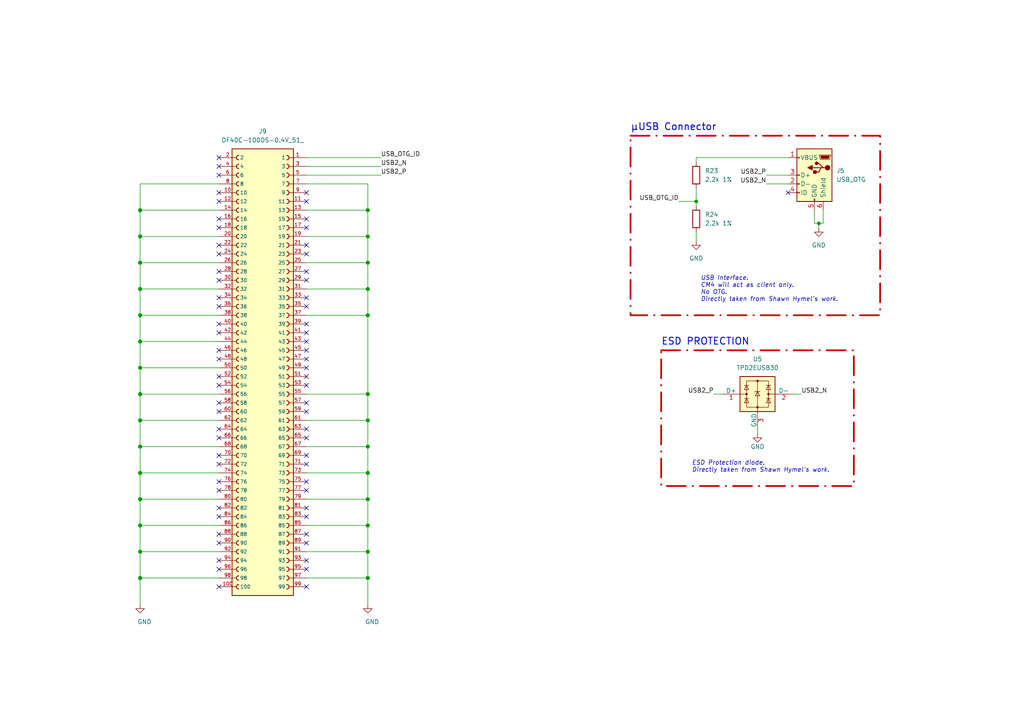
<source format=kicad_sch>
(kicad_sch (version 20230121) (generator eeschema)
  (paper "A4")
  (title_block (title "Bridge - Main Board") (date "2020-10-31") (rev "v01") (company "CanyonTeam") (comment 1 "Author: Clément MESLIF - Romain HUET"))
  (lib_symbols
    (symbol "Connector:USB_OTG" (pin_names (offset 1.016))
      (property "Reference" "J" (at -5.08 11.43 0))
      (property "Value" "USB_OTG" (at -5.08 8.89 0))
      (symbol "USB_OTG_0_1"
        (rectangle (start -5.08 -7.62) (end 5.08 7.62) (stroke (width 0.254)) (fill (type background)))
        (circle (center -3.81 2.159) (radius 0.635) (stroke (width 0.254)) (fill (type outline)))
        (circle (center -0.635 3.429) (radius 0.381) (stroke (width 0.254)) (fill (type outline)))
        (rectangle (start -0.127 -7.62) (end 0.127 -6.858))
        (polyline (pts (xy -1.905 2.159) (xy 0.635 2.159)) (stroke (width 0.254)))
        (polyline (pts (xy -3.175 2.159) (xy -2.54 2.159) (xy -1.27 3.429) (xy -0.635 3.429)) (stroke (width 0.254)))
        (polyline (pts (xy -2.54 2.159) (xy -1.905 2.159) (xy -1.27 0.889) (xy 0 0.889)) (stroke (width 0.254)))
        (polyline (pts (xy 0.635 2.794) (xy 0.635 1.524) (xy 1.905 2.159) (xy 0.635 2.794)) (stroke (width 0.254)) (fill (type outline)))
        (polyline (pts (xy -4.318 5.588) (xy -1.778 5.588) (xy -2.032 4.826) (xy -4.064 4.826) (xy -4.318 5.588)) (fill (type outline)))
        (polyline (pts (xy -4.699 5.842) (xy -4.699 5.588) (xy -4.445 4.826) (xy -4.445 4.572) (xy -1.651 4.572) (xy -1.651 4.826) (xy -1.397 5.588) (xy -1.397 5.842) (xy -4.699 5.842)))
        (rectangle (start 0.254 1.27) (end -0.508 0.508) (stroke (width 0.254)) (fill (type outline)))
        (rectangle (start 5.08 -5.207) (end 4.318 -4.953))
        (rectangle (start 5.08 -2.667) (end 4.318 -2.413))
        (rectangle (start 5.08 -0.127) (end 4.318 0.127))
        (rectangle (start 5.08 4.953) (end 4.318 5.207))
      )
      (symbol "USB_OTG_1_1"
        (pin passive line (at 7.62 5.08 180) (length 2.54) (name "VBUS") (number "1"))
        (pin bidirectional line (at 7.62 -2.54 180) (length 2.54) (name "D-") (number "2"))
        (pin bidirectional line (at 7.62 0 180) (length 2.54) (name "D+") (number "3"))
        (pin passive line (at 7.62 -5.08 180) (length 2.54) (name "ID") (number "4"))
        (pin passive line (at 0 -10.16 90) (length 2.54) (name "GND") (number "5"))
        (pin passive line (at -2.54 -10.16 90) (length 2.54) (name "Shield") (number "6"))
      )
    )
    (symbol "DF40C-100DS-0.4V_51_:DF40C-100DS-0.4V_51_" (pin_names (offset 1.016))
      (property "Reference" "J" (at -8.9083 63.6526 0))
      (property "Value" "DF40C-100DS-0.4V_51_" (at -8.9063 -68.7318 0))
      (symbol "DF40C-100DS-0.4V_51__0_0"
        (rectangle (start -8.89 -66.04) (end 8.89 63.5) (stroke (width 0.254)) (fill (type background)))
        (arc (start -6.985 -62.865) (mid -7.6173 -63.5) (end -6.985 -64.135) (stroke (width 0.254)))
        (arc (start -6.985 -60.325) (mid -7.6173 -60.96) (end -6.985 -61.595) (stroke (width 0.254)))
        (arc (start -6.985 -57.785) (mid -7.6173 -58.42) (end -6.985 -59.055) (stroke (width 0.254)))
        (arc (start -6.985 -55.245) (mid -7.6173 -55.88) (end -6.985 -56.515) (stroke (width 0.254)))
        (arc (start -6.985 -52.705) (mid -7.6173 -53.34) (end -6.985 -53.975) (stroke (width 0.254)))
        (arc (start -6.985 -50.165) (mid -7.6173 -50.8) (end -6.985 -51.435) (stroke (width 0.254)))
        (arc (start -6.985 -47.625) (mid -7.6173 -48.26) (end -6.985 -48.895) (stroke (width 0.254)))
        (arc (start -6.985 -45.085) (mid -7.6173 -45.72) (end -6.985 -46.355) (stroke (width 0.254)))
        (arc (start -6.985 -42.545) (mid -7.6173 -43.18) (end -6.985 -43.815) (stroke (width 0.254)))
        (arc (start -6.985 -40.005) (mid -7.6173 -40.64) (end -6.985 -41.275) (stroke (width 0.254)))
        (arc (start -6.985 -37.465) (mid -7.6173 -38.1) (end -6.985 -38.735) (stroke (width 0.254)))
        (arc (start -6.985 -34.925) (mid -7.6173 -35.56) (end -6.985 -36.195) (stroke (width 0.254)))
        (arc (start -6.985 -32.385) (mid -7.6173 -33.02) (end -6.985 -33.655) (stroke (width 0.254)))
        (arc (start -6.985 -29.845) (mid -7.6173 -30.48) (end -6.985 -31.115) (stroke (width 0.254)))
        (arc (start -6.985 -27.305) (mid -7.6173 -27.94) (end -6.985 -28.575) (stroke (width 0.254)))
        (arc (start -6.985 -24.765) (mid -7.6173 -25.4) (end -6.985 -26.035) (stroke (width 0.254)))
        (arc (start -6.985 -22.225) (mid -7.6173 -22.86) (end -6.985 -23.495) (stroke (width 0.254)))
        (arc (start -6.985 -19.685) (mid -7.6173 -20.32) (end -6.985 -20.955) (stroke (width 0.254)))
        (arc (start -6.985 -17.145) (mid -7.6173 -17.78) (end -6.985 -18.415) (stroke (width 0.254)))
        (arc (start -6.985 -14.605) (mid -7.6173 -15.24) (end -6.985 -15.875) (stroke (width 0.254)))
        (arc (start -6.985 -12.065) (mid -7.6173 -12.7) (end -6.985 -13.335) (stroke (width 0.254)))
        (arc (start -6.985 -9.525) (mid -7.6173 -10.16) (end -6.985 -10.795) (stroke (width 0.254)))
        (arc (start -6.985 -6.985) (mid -7.6173 -7.62) (end -6.985 -8.255) (stroke (width 0.254)))
        (arc (start -6.985 -4.445) (mid -7.6173 -5.08) (end -6.985 -5.715) (stroke (width 0.254)))
        (arc (start -6.985 -1.905) (mid -7.6173 -2.54) (end -6.985 -3.175) (stroke (width 0.254)))
        (arc (start -6.985 0.635) (mid -7.6173 0) (end -6.985 -0.635) (stroke (width 0.254)))
        (arc (start -6.985 3.175) (mid -7.6173 2.54) (end -6.985 1.905) (stroke (width 0.254)))
        (arc (start -6.985 5.715) (mid -7.6173 5.08) (end -6.985 4.445) (stroke (width 0.254)))
        (arc (start -6.985 8.255) (mid -7.6173 7.62) (end -6.985 6.985) (stroke (width 0.254)))
        (arc (start -6.985 10.795) (mid -7.6173 10.16) (end -6.985 9.525) (stroke (width 0.254)))
        (arc (start -6.985 13.335) (mid -7.6173 12.7) (end -6.985 12.065) (stroke (width 0.254)))
        (arc (start -6.985 15.875) (mid -7.6173 15.24) (end -6.985 14.605) (stroke (width 0.254)))
        (arc (start -6.985 18.415) (mid -7.6173 17.78) (end -6.985 17.145) (stroke (width 0.254)))
        (arc (start -6.985 20.955) (mid -7.6173 20.32) (end -6.985 19.685) (stroke (width 0.254)))
        (arc (start -6.985 23.495) (mid -7.6173 22.86) (end -6.985 22.225) (stroke (width 0.254)))
        (arc (start -6.985 26.035) (mid -7.6173 25.4) (end -6.985 24.765) (stroke (width 0.254)))
        (arc (start -6.985 28.575) (mid -7.6173 27.94) (end -6.985 27.305) (stroke (width 0.254)))
        (arc (start -6.985 31.115) (mid -7.6173 30.48) (end -6.985 29.845) (stroke (width 0.254)))
        (arc (start -6.985 33.655) (mid -7.6173 33.02) (end -6.985 32.385) (stroke (width 0.254)))
        (arc (start -6.985 36.195) (mid -7.6173 35.56) (end -6.985 34.925) (stroke (width 0.254)))
        (arc (start -6.985 38.735) (mid -7.6173 38.1) (end -6.985 37.465) (stroke (width 0.254)))
        (arc (start -6.985 41.275) (mid -7.6173 40.64) (end -6.985 40.005) (stroke (width 0.254)))
        (arc (start -6.985 43.815) (mid -7.6173 43.18) (end -6.985 42.545) (stroke (width 0.254)))
        (arc (start -6.985 46.355) (mid -7.6173 45.72) (end -6.985 45.085) (stroke (width 0.254)))
        (arc (start -6.985 48.895) (mid -7.6173 48.26) (end -6.985 47.625) (stroke (width 0.254)))
        (arc (start -6.985 51.435) (mid -7.6173 50.8) (end -6.985 50.165) (stroke (width 0.254)))
        (arc (start -6.985 53.975) (mid -7.6173 53.34) (end -6.985 52.705) (stroke (width 0.254)))
        (arc (start -6.985 56.515) (mid -7.6173 55.88) (end -6.985 55.245) (stroke (width 0.254)))
        (arc (start -6.985 59.055) (mid -7.6173 58.42) (end -6.985 57.785) (stroke (width 0.254)))
        (arc (start -6.985 61.595) (mid -7.6173 60.96) (end -6.985 60.325) (stroke (width 0.254)))
        (arc (start 6.985 -64.135) (mid 7.6173 -63.5) (end 6.985 -62.865) (stroke (width 0.254)))
        (arc (start 6.985 -61.595) (mid 7.6173 -60.96) (end 6.985 -60.325) (stroke (width 0.254)))
        (arc (start 6.985 -59.055) (mid 7.6173 -58.42) (end 6.985 -57.785) (stroke (width 0.254)))
        (arc (start 6.985 -56.515) (mid 7.6173 -55.88) (end 6.985 -55.245) (stroke (width 0.254)))
        (arc (start 6.985 -53.975) (mid 7.6173 -53.34) (end 6.985 -52.705) (stroke (width 0.254)))
        (arc (start 6.985 -51.435) (mid 7.6173 -50.8) (end 6.985 -50.165) (stroke (width 0.254)))
        (arc (start 6.985 -48.895) (mid 7.6173 -48.26) (end 6.985 -47.625) (stroke (width 0.254)))
        (arc (start 6.985 -46.355) (mid 7.6173 -45.72) (end 6.985 -45.085) (stroke (width 0.254)))
        (arc (start 6.985 -43.815) (mid 7.6173 -43.18) (end 6.985 -42.545) (stroke (width 0.254)))
        (arc (start 6.985 -41.275) (mid 7.6173 -40.64) (end 6.985 -40.005) (stroke (width 0.254)))
        (arc (start 6.985 -38.735) (mid 7.6173 -38.1) (end 6.985 -37.465) (stroke (width 0.254)))
        (arc (start 6.985 -36.195) (mid 7.6173 -35.56) (end 6.985 -34.925) (stroke (width 0.254)))
        (arc (start 6.985 -33.655) (mid 7.6173 -33.02) (end 6.985 -32.385) (stroke (width 0.254)))
        (arc (start 6.985 -31.115) (mid 7.6173 -30.48) (end 6.985 -29.845) (stroke (width 0.254)))
        (arc (start 6.985 -28.575) (mid 7.6173 -27.94) (end 6.985 -27.305) (stroke (width 0.254)))
        (arc (start 6.985 -26.035) (mid 7.6173 -25.4) (end 6.985 -24.765) (stroke (width 0.254)))
        (arc (start 6.985 -23.495) (mid 7.6173 -22.86) (end 6.985 -22.225) (stroke (width 0.254)))
        (arc (start 6.985 -20.955) (mid 7.6173 -20.32) (end 6.985 -19.685) (stroke (width 0.254)))
        (arc (start 6.985 -18.415) (mid 7.6173 -17.78) (end 6.985 -17.145) (stroke (width 0.254)))
        (arc (start 6.985 -15.875) (mid 7.6173 -15.24) (end 6.985 -14.605) (stroke (width 0.254)))
        (arc (start 6.985 -13.335) (mid 7.6173 -12.7) (end 6.985 -12.065) (stroke (width 0.254)))
        (arc (start 6.985 -10.795) (mid 7.6173 -10.16) (end 6.985 -9.525) (stroke (width 0.254)))
        (arc (start 6.985 -8.255) (mid 7.6173 -7.62) (end 6.985 -6.985) (stroke (width 0.254)))
        (arc (start 6.985 -5.715) (mid 7.6173 -5.08) (end 6.985 -4.445) (stroke (width 0.254)))
        (arc (start 6.985 -3.175) (mid 7.6173 -2.54) (end 6.985 -1.905) (stroke (width 0.254)))
        (arc (start 6.985 -0.635) (mid 7.6173 0) (end 6.985 0.635) (stroke (width 0.254)))
        (arc (start 6.985 1.905) (mid 7.6173 2.54) (end 6.985 3.175) (stroke (width 0.254)))
        (arc (start 6.985 4.445) (mid 7.6173 5.08) (end 6.985 5.715) (stroke (width 0.254)))
        (arc (start 6.985 6.985) (mid 7.6173 7.62) (end 6.985 8.255) (stroke (width 0.254)))
        (arc (start 6.985 9.525) (mid 7.6173 10.16) (end 6.985 10.795) (stroke (width 0.254)))
        (arc (start 6.985 12.065) (mid 7.6173 12.7) (end 6.985 13.335) (stroke (width 0.254)))
        (arc (start 6.985 14.605) (mid 7.6173 15.24) (end 6.985 15.875) (stroke (width 0.254)))
        (arc (start 6.985 17.145) (mid 7.6173 17.78) (end 6.985 18.415) (stroke (width 0.254)))
        (arc (start 6.985 19.685) (mid 7.6173 20.32) (end 6.985 20.955) (stroke (width 0.254)))
        (arc (start 6.985 22.225) (mid 7.6173 22.86) (end 6.985 23.495) (stroke (width 0.254)))
        (arc (start 6.985 24.765) (mid 7.6173 25.4) (end 6.985 26.035) (stroke (width 0.254)))
        (arc (start 6.985 27.305) (mid 7.6173 27.94) (end 6.985 28.575) (stroke (width 0.254)))
        (arc (start 6.985 29.845) (mid 7.6173 30.48) (end 6.985 31.115) (stroke (width 0.254)))
        (arc (start 6.985 32.385) (mid 7.6173 33.02) (end 6.985 33.655) (stroke (width 0.254)))
        (arc (start 6.985 34.925) (mid 7.6173 35.56) (end 6.985 36.195) (stroke (width 0.254)))
        (arc (start 6.985 37.465) (mid 7.6173 38.1) (end 6.985 38.735) (stroke (width 0.254)))
        (arc (start 6.985 40.005) (mid 7.6173 40.64) (end 6.985 41.275) (stroke (width 0.254)))
        (arc (start 6.985 42.545) (mid 7.6173 43.18) (end 6.985 43.815) (stroke (width 0.254)))
        (arc (start 6.985 45.085) (mid 7.6173 45.72) (end 6.985 46.355) (stroke (width 0.254)))
        (arc (start 6.985 47.625) (mid 7.6173 48.26) (end 6.985 48.895) (stroke (width 0.254)))
        (arc (start 6.985 50.165) (mid 7.6173 50.8) (end 6.985 51.435) (stroke (width 0.254)))
        (arc (start 6.985 52.705) (mid 7.6173 53.34) (end 6.985 53.975) (stroke (width 0.254)))
        (arc (start 6.985 55.245) (mid 7.6173 55.88) (end 6.985 56.515) (stroke (width 0.254)))
        (arc (start 6.985 57.785) (mid 7.6173 58.42) (end 6.985 59.055) (stroke (width 0.254)))
        (arc (start 6.985 60.325) (mid 7.6173 60.96) (end 6.985 61.595) (stroke (width 0.254)))
        (pin passive line (at -12.7 60.96 0) (length 5.08) (name "1") (number "1"))
        (pin passive line (at 12.7 50.8 180) (length 5.08) (name "10") (number "10"))
        (pin passive line (at 12.7 -63.5 180) (length 5.08) (name "100") (number "100"))
        (pin passive line (at -12.7 48.26 0) (length 5.08) (name "11") (number "11"))
        (pin passive line (at 12.7 48.26 180) (length 5.08) (name "12") (number "12"))
        (pin passive line (at -12.7 45.72 0) (length 5.08) (name "13") (number "13"))
        (pin passive line (at 12.7 45.72 180) (length 5.08) (name "14") (number "14"))
        (pin passive line (at -12.7 43.18 0) (length 5.08) (name "15") (number "15"))
        (pin passive line (at 12.7 43.18 180) (length 5.08) (name "16") (number "16"))
        (pin passive line (at -12.7 40.64 0) (length 5.08) (name "17") (number "17"))
        (pin passive line (at 12.7 40.64 180) (length 5.08) (name "18") (number "18"))
        (pin passive line (at -12.7 38.1 0) (length 5.08) (name "19") (number "19"))
        (pin passive line (at 12.7 60.96 180) (length 5.08) (name "2") (number "2"))
        (pin passive line (at 12.7 38.1 180) (length 5.08) (name "20") (number "20"))
        (pin passive line (at -12.7 35.56 0) (length 5.08) (name "21") (number "21"))
        (pin passive line (at 12.7 35.56 180) (length 5.08) (name "22") (number "22"))
        (pin passive line (at -12.7 33.02 0) (length 5.08) (name "23") (number "23"))
        (pin passive line (at 12.7 33.02 180) (length 5.08) (name "24") (number "24"))
        (pin passive line (at -12.7 30.48 0) (length 5.08) (name "25") (number "25"))
        (pin passive line (at 12.7 30.48 180) (length 5.08) (name "26") (number "26"))
        (pin passive line (at -12.7 27.94 0) (length 5.08) (name "27") (number "27"))
        (pin passive line (at 12.7 27.94 180) (length 5.08) (name "28") (number "28"))
        (pin passive line (at -12.7 25.4 0) (length 5.08) (name "29") (number "29"))
        (pin passive line (at -12.7 58.42 0) (length 5.08) (name "3") (number "3"))
        (pin passive line (at 12.7 25.4 180) (length 5.08) (name "30") (number "30"))
        (pin passive line (at -12.7 22.86 0) (length 5.08) (name "31") (number "31"))
        (pin passive line (at 12.7 22.86 180) (length 5.08) (name "32") (number "32"))
        (pin passive line (at -12.7 20.32 0) (length 5.08) (name "33") (number "33"))
        (pin passive line (at 12.7 20.32 180) (length 5.08) (name "34") (number "34"))
        (pin passive line (at -12.7 17.78 0) (length 5.08) (name "35") (number "35"))
        (pin passive line (at 12.7 17.78 180) (length 5.08) (name "36") (number "36"))
        (pin passive line (at -12.7 15.24 0) (length 5.08) (name "37") (number "37"))
        (pin passive line (at 12.7 15.24 180) (length 5.08) (name "38") (number "38"))
        (pin passive line (at -12.7 12.7 0) (length 5.08) (name "39") (number "39"))
        (pin passive line (at 12.7 58.42 180) (length 5.08) (name "4") (number "4"))
        (pin passive line (at 12.7 12.7 180) (length 5.08) (name "40") (number "40"))
        (pin passive line (at -12.7 10.16 0) (length 5.08) (name "41") (number "41"))
        (pin passive line (at 12.7 10.16 180) (length 5.08) (name "42") (number "42"))
        (pin passive line (at -12.7 7.62 0) (length 5.08) (name "43") (number "43"))
        (pin passive line (at 12.7 7.62 180) (length 5.08) (name "44") (number "44"))
        (pin passive line (at -12.7 5.08 0) (length 5.08) (name "45") (number "45"))
        (pin passive line (at 12.7 5.08 180) (length 5.08) (name "46") (number "46"))
        (pin passive line (at -12.7 2.54 0) (length 5.08) (name "47") (number "47"))
        (pin passive line (at 12.7 2.54 180) (length 5.08) (name "48") (number "48"))
        (pin passive line (at -12.7 0 0) (length 5.08) (name "49") (number "49"))
        (pin passive line (at -12.7 55.88 0) (length 5.08) (name "5") (number "5"))
        (pin passive line (at 12.7 0 180) (length 5.08) (name "50") (number "50"))
        (pin passive line (at -12.7 -2.54 0) (length 5.08) (name "51") (number "51"))
        (pin passive line (at 12.7 -2.54 180) (length 5.08) (name "52") (number "52"))
        (pin passive line (at -12.7 -5.08 0) (length 5.08) (name "53") (number "53"))
        (pin passive line (at 12.7 -5.08 180) (length 5.08) (name "54") (number "54"))
        (pin passive line (at -12.7 -7.62 0) (length 5.08) (name "55") (number "55"))
        (pin passive line (at 12.7 -7.62 180) (length 5.08) (name "56") (number "56"))
        (pin passive line (at -12.7 -10.16 0) (length 5.08) (name "57") (number "57"))
        (pin passive line (at 12.7 -10.16 180) (length 5.08) (name "58") (number "58"))
        (pin passive line (at -12.7 -12.7 0) (length 5.08) (name "59") (number "59"))
        (pin passive line (at 12.7 55.88 180) (length 5.08) (name "6") (number "6"))
        (pin passive line (at 12.7 -12.7 180) (length 5.08) (name "60") (number "60"))
        (pin passive line (at -12.7 -15.24 0) (length 5.08) (name "61") (number "61"))
        (pin passive line (at 12.7 -15.24 180) (length 5.08) (name "62") (number "62"))
        (pin passive line (at -12.7 -17.78 0) (length 5.08) (name "63") (number "63"))
        (pin passive line (at 12.7 -17.78 180) (length 5.08) (name "64") (number "64"))
        (pin passive line (at -12.7 -20.32 0) (length 5.08) (name "65") (number "65"))
        (pin passive line (at 12.7 -20.32 180) (length 5.08) (name "66") (number "66"))
        (pin passive line (at -12.7 -22.86 0) (length 5.08) (name "67") (number "67"))
        (pin passive line (at 12.7 -22.86 180) (length 5.08) (name "68") (number "68"))
        (pin passive line (at -12.7 -25.4 0) (length 5.08) (name "69") (number "69"))
        (pin passive line (at -12.7 53.34 0) (length 5.08) (name "7") (number "7"))
        (pin passive line (at 12.7 -25.4 180) (length 5.08) (name "70") (number "70"))
        (pin passive line (at -12.7 -27.94 0) (length 5.08) (name "71") (number "71"))
        (pin passive line (at 12.7 -27.94 180) (length 5.08) (name "72") (number "72"))
        (pin passive line (at -12.7 -30.48 0) (length 5.08) (name "73") (number "73"))
        (pin passive line (at 12.7 -30.48 180) (length 5.08) (name "74") (number "74"))
        (pin passive line (at -12.7 -33.02 0) (length 5.08) (name "75") (number "75"))
        (pin passive line (at 12.7 -33.02 180) (length 5.08) (name "76") (number "76"))
        (pin passive line (at -12.7 -35.56 0) (length 5.08) (name "77") (number "77"))
        (pin passive line (at 12.7 -35.56 180) (length 5.08) (name "78") (number "78"))
        (pin passive line (at -12.7 -38.1 0) (length 5.08) (name "79") (number "79"))
        (pin passive line (at 12.7 53.34 180) (length 5.08) (name "8") (number "8"))
        (pin passive line (at 12.7 -38.1 180) (length 5.08) (name "80") (number "80"))
        (pin passive line (at -12.7 -40.64 0) (length 5.08) (name "81") (number "81"))
        (pin passive line (at 12.7 -40.64 180) (length 5.08) (name "82") (number "82"))
        (pin passive line (at -12.7 -43.18 0) (length 5.08) (name "83") (number "83"))
        (pin passive line (at 12.7 -43.18 180) (length 5.08) (name "84") (number "84"))
        (pin passive line (at -12.7 -45.72 0) (length 5.08) (name "85") (number "85"))
        (pin passive line (at 12.7 -45.72 180) (length 5.08) (name "86") (number "86"))
        (pin passive line (at -12.7 -48.26 0) (length 5.08) (name "87") (number "87"))
        (pin passive line (at 12.7 -48.26 180) (length 5.08) (name "88") (number "88"))
        (pin passive line (at -12.7 -50.8 0) (length 5.08) (name "89") (number "89"))
        (pin passive line (at -12.7 50.8 0) (length 5.08) (name "9") (number "9"))
        (pin passive line (at 12.7 -50.8 180) (length 5.08) (name "90") (number "90"))
        (pin passive line (at -12.7 -53.34 0) (length 5.08) (name "91") (number "91"))
        (pin passive line (at 12.7 -53.34 180) (length 5.08) (name "92") (number "92"))
        (pin passive line (at -12.7 -55.88 0) (length 5.08) (name "93") (number "93"))
        (pin passive line (at 12.7 -55.88 180) (length 5.08) (name "94") (number "94"))
        (pin passive line (at -12.7 -58.42 0) (length 5.08) (name "95") (number "95"))
        (pin passive line (at 12.7 -58.42 180) (length 5.08) (name "96") (number "96"))
        (pin passive line (at -12.7 -60.96 0) (length 5.08) (name "97") (number "97"))
        (pin passive line (at 12.7 -60.96 180) (length 5.08) (name "98") (number "98"))
        (pin passive line (at -12.7 -63.5 0) (length 5.08) (name "99") (number "99"))
      )
    )
    (symbol "Device:R" (pin_numbers hide) (pin_names (offset 0))
      (property "Reference" "R" (at 2.032 0 90))
      (property "Value" "R" (at 0 0 90))
      (symbol "R_0_1"
        (rectangle (start -1.016 -2.54) (end 1.016 2.54) (stroke (width 0.254)))
      )
      (symbol "R_1_1"
        (pin passive line (at 0 3.81 270) (length 1.27) (name "~") (number "1"))
        (pin passive line (at 0 -3.81 90) (length 1.27) (name "~") (number "2"))
      )
    )
    (symbol "GND_1" (power) (pin_names (offset 0))
      (property "Value" "GND_1" (at 0 -3.81 0))
      (symbol "GND_1_0_1"
        (polyline (pts (xy 0 0) (xy 0 -1.27) (xy 1.27 -1.27) (xy 0 -2.54) (xy -1.27 -1.27) (xy 0 -1.27)))
      )
      (symbol "GND_1_1_1"
        (pin power_in line (at 0 0 270) (length 0) hide (name "GND") (number "1"))
      )
    )
    (symbol "Power_Protection:TPD2EUSB30" (pin_names (offset 0))
      (property "Reference" "U" (at 0 6.35 0))
      (property "Value" "TPD2EUSB30" (at 7.62 -7.62 0))
      (symbol "TPD2EUSB30_0_1"
        (rectangle (start -5.08 5.08) (end 5.08 -5.08) (stroke (width 0.254)) (fill (type background)))
        (circle (center -3.175 0) (radius 0.2794) (fill (type outline)))
        (rectangle (start -3.175 3.81) (end 3.175 -3.81))
        (circle (center 0 -3.81) (radius 0.2794) (fill (type outline)))
        (polyline (pts (xy -5.08 0) (xy -3.175 0)))
        (polyline (pts (xy -3.81 -1.27) (xy -2.54 -1.27)))
        (polyline (pts (xy -3.81 2.54) (xy -2.54 2.54)))
        (polyline (pts (xy 0 3.81) (xy 0 -5.08)))
        (polyline (pts (xy 2.54 -1.27) (xy 3.81 -1.27)))
        (polyline (pts (xy 2.54 2.54) (xy 3.81 2.54)))
        (polyline (pts (xy 5.08 0) (xy 3.175 0)))
        (polyline (pts (xy 0.762 0.762) (xy -0.762 0.762) (xy -0.762 0.508)))
        (polyline (pts (xy -2.54 -2.54) (xy -3.81 -2.54) (xy -3.175 -1.27) (xy -2.54 -2.54)))
        (polyline (pts (xy -2.54 1.27) (xy -3.81 1.27) (xy -3.175 2.54) (xy -2.54 1.27)))
        (polyline (pts (xy 0.635 -0.508) (xy -0.635 -0.508) (xy 0 0.762) (xy 0.635 -0.508)))
        (polyline (pts (xy 3.81 -2.54) (xy 2.54 -2.54) (xy 3.175 -1.27) (xy 3.81 -2.54)))
        (polyline (pts (xy 3.81 1.27) (xy 2.54 1.27) (xy 3.175 2.54) (xy 3.81 1.27)))
        (circle (center 0 3.81) (radius 0.2794) (fill (type outline)))
        (circle (center 3.175 0) (radius 0.2794) (fill (type outline)))
      )
      (symbol "TPD2EUSB30_1_1"
        (pin passive line (at -10.16 0 0) (length 5.08) (name "D+") (number "1"))
        (pin passive line (at 10.16 0 180) (length 5.08) (name "D-") (number "2"))
        (pin passive line (at 0 -10.16 90) (length 5.08) (name "GND") (number "3"))
      )
    )
    (symbol "power:GND" (power) (pin_names (offset 0))
      (property "Value" "GND" (at 0 -3.81 0))
      (symbol "GND_0_1"
        (polyline (pts (xy 0 0) (xy 0 -1.27) (xy 1.27 -1.27) (xy 0 -2.54) (xy -1.27 -1.27) (xy 0 -1.27)))
      )
      (symbol "GND_1_1"
        (pin power_in line (at 0 0 270) (length 0) hide (name "GND") (number "1"))
      )
    )
  )
  (junction (at 106.68 129.54) (diameter 1.016))
  (junction (at 106.68 144.78) (diameter 1.016))
  (junction (at 106.68 167.64) (diameter 1.016))
  (junction (at 40.64 91.44) (diameter 1.016))
  (junction (at 40.64 167.64) (diameter 1.016))
  (junction (at 40.64 144.78) (diameter 1.016))
  (junction (at 106.68 83.82) (diameter 1.016))
  (junction (at 40.64 152.4) (diameter 1.016))
  (junction (at 40.64 160.02) (diameter 1.016))
  (junction (at 40.64 129.54) (diameter 1.016))
  (junction (at 237.49 64.77))
  (junction (at 201.93 58.42))
  (junction (at 40.64 68.58) (diameter 1.016))
  (junction (at 40.64 114.3) (diameter 1.016))
  (junction (at 106.68 60.96) (diameter 1.016))
  (junction (at 106.68 160.02) (diameter 1.016))
  (junction (at 40.64 99.06) (diameter 1.016))
  (junction (at 40.64 60.96) (diameter 1.016))
  (junction (at 40.64 76.2) (diameter 1.016))
  (junction (at 106.68 91.44) (diameter 1.016))
  (junction (at 106.68 121.92) (diameter 1.016))
  (junction (at 106.68 68.58) (diameter 1.016))
  (junction (at 40.64 121.92) (diameter 1.016))
  (junction (at 106.68 137.16) (diameter 1.016))
  (junction (at 106.68 152.4) (diameter 1.016))
  (junction (at 106.68 76.2) (diameter 1.016))
  (junction (at 40.64 83.82) (diameter 1.016))
  (junction (at 40.64 106.68) (diameter 1.016))
  (junction (at 106.68 114.3) (diameter 1.016))
  (junction (at 40.64 137.16) (diameter 1.016))
  (no_connect (at 88.9 142.24))
  (no_connect (at 63.5 142.24))
  (no_connect (at 63.5 170.18))
  (no_connect (at 88.9 134.62))
  (no_connect (at 88.9 106.68))
  (no_connect (at 63.5 157.48))
  (no_connect (at 63.5 149.86))
  (no_connect (at 88.9 124.46))
  (no_connect (at 63.5 96.52))
  (no_connect (at 88.9 73.66))
  (no_connect (at 88.9 119.38))
  (no_connect (at 63.5 127))
  (no_connect (at 63.5 88.9))
  (no_connect (at 63.5 162.56))
  (no_connect (at 88.9 104.14))
  (no_connect (at 63.5 86.36))
  (no_connect (at 88.9 101.6))
  (no_connect (at 63.5 116.84))
  (no_connect (at 63.5 58.42))
  (no_connect (at 63.5 139.7))
  (no_connect (at 88.9 157.48))
  (no_connect (at 88.9 88.9))
  (no_connect (at 88.9 109.22))
  (no_connect (at 63.5 132.08))
  (no_connect (at 63.5 109.22))
  (no_connect (at 88.9 63.5))
  (no_connect (at 63.5 119.38))
  (no_connect (at 63.5 93.98))
  (no_connect (at 88.9 154.94))
  (no_connect (at 63.5 71.12))
  (no_connect (at 88.9 66.04))
  (no_connect (at 88.9 99.06))
  (no_connect (at 88.9 116.84))
  (no_connect (at 63.5 111.76))
  (no_connect (at 63.5 124.46))
  (no_connect (at 88.9 96.52))
  (no_connect (at 63.5 101.6))
  (no_connect (at 63.5 78.74))
  (no_connect (at 88.9 58.42))
  (no_connect (at 63.5 45.72))
  (no_connect (at 88.9 147.32))
  (no_connect (at 63.5 134.62))
  (no_connect (at 63.5 66.04))
  (no_connect (at 88.9 86.36))
  (no_connect (at 88.9 139.7))
  (no_connect (at 88.9 71.12))
  (no_connect (at 88.9 93.98))
  (no_connect (at 63.5 81.28))
  (no_connect (at 63.5 50.8))
  (no_connect (at 88.9 162.56))
  (no_connect (at 88.9 170.18))
  (no_connect (at 88.9 149.86))
  (no_connect (at 88.9 55.88))
  (no_connect (at 228.6 55.88))
  (no_connect (at 88.9 78.74))
  (no_connect (at 63.5 165.1))
  (no_connect (at 63.5 63.5))
  (no_connect (at 63.5 55.88))
  (no_connect (at 63.5 73.66))
  (no_connect (at 88.9 111.76))
  (no_connect (at 63.5 104.14))
  (no_connect (at 88.9 165.1))
  (no_connect (at 88.9 81.28))
  (no_connect (at 63.5 154.94))
  (no_connect (at 63.5 147.32))
  (no_connect (at 88.9 127))
  (no_connect (at 63.5 48.26))
  (no_connect (at 88.9 132.08))
  (wire (pts (xy 40.64 106.68) (xy 40.64 114.3)))
  (wire (pts (xy 40.64 160.02) (xy 63.5 160.02)))
  (wire (pts (xy 106.68 167.64) (xy 106.68 175.26)))
  (wire (pts (xy 40.64 167.64) (xy 40.64 175.26)))
  (wire (pts (xy 40.64 160.02) (xy 40.64 167.64)))
  (wire (pts (xy 88.9 167.64) (xy 106.68 167.64)))
  (wire (pts (xy 106.68 160.02) (xy 106.68 167.64)))
  (wire (pts (xy 110.49 45.72) (xy 88.9 45.72)))
  (wire (pts (xy 40.64 114.3) (xy 63.5 114.3)))
  (wire (pts (xy 222.25 50.8) (xy 228.6 50.8)))
  (wire (pts (xy 106.68 76.2) (xy 106.68 83.82)))
  (wire (pts (xy 40.64 129.54) (xy 40.64 137.16)))
  (wire (pts (xy 201.93 45.72) (xy 228.6 45.72)))
  (wire (pts (xy 88.9 83.82) (xy 106.68 83.82)))
  (wire (pts (xy 88.9 129.54) (xy 106.68 129.54)))
  (wire (pts (xy 40.64 114.3) (xy 40.64 121.92)))
  (wire (pts (xy 40.64 68.58) (xy 63.5 68.58)))
  (wire (pts (xy 88.9 114.3) (xy 106.68 114.3)))
  (wire (pts (xy 106.68 53.34) (xy 106.68 60.96)))
  (wire (pts (xy 40.64 60.96) (xy 63.5 60.96)))
  (wire (pts (xy 40.64 121.92) (xy 40.64 129.54)))
  (wire (pts (xy 88.9 53.34) (xy 106.68 53.34)))
  (wire (pts (xy 88.9 137.16) (xy 106.68 137.16)))
  (wire (pts (xy 106.68 114.3) (xy 106.68 121.92)))
  (wire (pts (xy 40.64 76.2) (xy 63.5 76.2)))
  (wire (pts (xy 40.64 53.34) (xy 40.64 60.96)))
  (wire (pts (xy 110.49 48.26) (xy 88.9 48.26)))
  (wire (pts (xy 236.22 64.77) (xy 236.22 60.96)))
  (wire (pts (xy 88.9 68.58) (xy 106.68 68.58)))
  (wire (pts (xy 40.64 167.64) (xy 63.5 167.64)))
  (wire (pts (xy 201.93 58.42) (xy 201.93 59.69)))
  (wire (pts (xy 40.64 99.06) (xy 40.64 106.68)))
  (wire (pts (xy 88.9 152.4) (xy 106.68 152.4)))
  (wire (pts (xy 40.64 91.44) (xy 63.5 91.44)))
  (wire (pts (xy 40.64 99.06) (xy 63.5 99.06)))
  (wire (pts (xy 40.64 106.68) (xy 63.5 106.68)))
  (wire (pts (xy 106.68 68.58) (xy 106.68 76.2)))
  (wire (pts (xy 40.64 83.82) (xy 63.5 83.82)))
  (wire (pts (xy 238.76 60.96) (xy 238.76 64.77)))
  (wire (pts (xy 106.68 91.44) (xy 106.68 114.3)))
  (wire (pts (xy 88.9 76.2) (xy 106.68 76.2)))
  (wire (pts (xy 106.68 152.4) (xy 106.68 160.02)))
  (wire (pts (xy 40.64 144.78) (xy 63.5 144.78)))
  (wire (pts (xy 237.49 64.77) (xy 236.22 64.77)))
  (wire (pts (xy 40.64 53.34) (xy 63.5 53.34)))
  (wire (pts (xy 237.49 66.04) (xy 237.49 64.77)))
  (wire (pts (xy 106.68 121.92) (xy 106.68 129.54)))
  (wire (pts (xy 88.9 60.96) (xy 106.68 60.96)))
  (wire (pts (xy 201.93 67.31) (xy 201.93 69.85)))
  (wire (pts (xy 232.41 114.3) (xy 229.87 114.3)))
  (wire (pts (xy 40.64 76.2) (xy 40.64 83.82)))
  (wire (pts (xy 40.64 91.44) (xy 40.64 99.06)))
  (wire (pts (xy 88.9 121.92) (xy 106.68 121.92)))
  (wire (pts (xy 219.71 125.73) (xy 219.71 124.46)))
  (wire (pts (xy 88.9 91.44) (xy 106.68 91.44)))
  (wire (pts (xy 106.68 60.96) (xy 106.68 68.58)))
  (wire (pts (xy 201.93 54.61) (xy 201.93 58.42)))
  (wire (pts (xy 196.85 58.42) (xy 201.93 58.42)))
  (wire (pts (xy 40.64 129.54) (xy 63.5 129.54)))
  (wire (pts (xy 40.64 83.82) (xy 40.64 91.44)))
  (wire (pts (xy 40.64 144.78) (xy 40.64 152.4)))
  (wire (pts (xy 40.64 137.16) (xy 40.64 144.78)))
  (wire (pts (xy 207.01 114.3) (xy 209.55 114.3)))
  (wire (pts (xy 88.9 144.78) (xy 106.68 144.78)))
  (wire (pts (xy 40.64 121.92) (xy 63.5 121.92)))
  (wire (pts (xy 201.93 46.99) (xy 201.93 45.72)))
  (wire (pts (xy 106.68 144.78) (xy 106.68 152.4)))
  (wire (pts (xy 40.64 60.96) (xy 40.64 68.58)))
  (wire (pts (xy 88.9 160.02) (xy 106.68 160.02)))
  (wire (pts (xy 222.25 53.34) (xy 228.6 53.34)))
  (wire (pts (xy 40.64 137.16) (xy 63.5 137.16)))
  (wire (pts (xy 106.68 129.54) (xy 106.68 137.16)))
  (wire (pts (xy 40.64 152.4) (xy 40.64 160.02)))
  (wire (pts (xy 40.64 68.58) (xy 40.64 76.2)))
  (wire (pts (xy 110.49 50.8) (xy 88.9 50.8)))
  (wire (pts (xy 106.68 137.16) (xy 106.68 144.78)))
  (wire (pts (xy 106.68 83.82) (xy 106.68 91.44)))
  (wire (pts (xy 40.64 152.4) (xy 63.5 152.4)))
  (wire (pts (xy 238.76 64.77) (xy 237.49 64.77)))
  (rectangle (start 191.77 101.6) (end 247.65 140.97) (stroke (width 0.5) (type dash_dot) (color 194 0 0 1)))
  (rectangle (start 182.88 39.37) (end 255.27 91.44) (stroke (width 0.5) (type dash_dot) (color 194 0 0 1)))
  (text "µUSB Connector" (at 182.88 38.1 0) (effects (font (size 2 2) (thickness 0.254) bold) (justify left bottom)))
  (text "ESD PROTECTION\n" (at 191.77 100.33 0) (effects (font (size 2 2) (thickness 0.254) bold) (justify left bottom)))
  (text "USB Interface.\nCM4 will act as client only.\nNo OTG. \nDirectly taken from Shawn Hymel's work." (at 203.2 87.63 0) (effects (font (size 1.27 1.27) italic) (justify left bottom)))
  (text "ESD Protection diode. \nDirectly taken from Shawn Hymel's work." (at 200.66 137.16 0) (effects (font (size 1.27 1.27) italic) (justify left bottom)))
  (label "USB_OTG_ID" (at 196.85 58.42 180))
  (label "USB2_P" (at 110.49 50.8 0))
  (label "USB2_P" (at 207.01 114.3 180))
  (label "USB2_N" (at 222.25 53.34 180))
  (label "USB2_P" (at 222.25 50.8 180))
  (label "USB2_N" (at 232.41 114.3 0))
  (label "USB_OTG_ID" (at 110.49 45.72 0))
  (label "USB2_N" (at 110.49 48.26 0))
  (symbol (lib_id "power:GND") (at 40.64 175.26 0) (unit 1)
    (property "Reference" "#PWR051" (effects hide))
    (property "Value" "GND" (at 41.91 180.34 0))
  )
  (symbol (lib_id "DF40C-100DS-0.4V_51_:DF40C-100DS-0.4V_51_") (at 76.2 106.68 0) (mirror y) (unit 1)
    (property "Reference" "J9" (at 76.2 38.1 0))
    (property "Value" "DF40C-100DS-0.4V_51_" (at 76.2 40.64 0))
    (property "Footprint" "HIROSE_DF40C-100DS-0.4V_51_:HIROSE_DF40C-100DS-0.4V_51_" (effects hide))
    (property "MF" "Hirose" (effects hide))
    (property "MAXIMUM_PACKAGE_HEIGHT" "1.65mm" (effects hide))
    (property "Package" "None" (effects hide))
    (property "Price" "None" (effects hide))
    (property "Check_prices" "https://www.snapeda.com/parts/DF40C-100DS-0.4V(51)/Hirose/view-part/?ref=eda" (effects hide))
    (property "STANDARD" "Manufacturer Recommendations" (effects hide))
    (property "PARTREV" "Oct.1.2023" (effects hide))
    (property "SnapEDA_Link" "https://www.snapeda.com/parts/DF40C-100DS-0.4V(51)/Hirose/view-part/?ref=snap" (effects hide))
    (property "MP" "DF40C-100DS-0.4V(51)" (effects hide))
    (property "Description" "\n100 Position Connector Receptacle, Center Strip Contacts Surface Mount Gold\n" (effects hide))
    (property "Availability" "In Stock" (effects hide))
    (property "MANUFACTURER" "Hirose" (effects hide))
  )
  (symbol (lib_name "GND_1") (lib_id "power:GND") (at 219.71 125.73 0) (unit 1)
    (property "Reference" "#PWR041" (effects hide))
    (property "Value" "GND" (at 219.71 129.54 0))
  )
  (symbol (lib_id "Power_Protection:TPD2EUSB30") (at 219.71 114.3 0) (unit 1)
    (property "Reference" "U5" (at 219.71 104.14 0))
    (property "Value" "TPD2EUSB30" (at 219.71 106.68 0))
    (property "Footprint" "Package_TO_SOT_SMD:Texas_DRT-3" (effects hide))
    (property "Datasheet" "http://www.ti.com/lit/ds/symlink/tpd2eusb30a.pdf" (effects hide))
  )
  (symbol (lib_name "GND_1") (lib_id "power:GND") (at 201.93 69.85 0) (unit 1)
    (property "Reference" "#PWR040" (effects hide))
    (property "Value" "GND" (at 201.93 74.93 0))
  )
  (symbol (lib_id "Device:R") (at 201.93 63.5 0) (unit 1)
    (property "Reference" "R24" (at 204.47 62.23 0) (effects (justify left)))
    (property "Value" "2.2k 1%" (at 204.47 64.77 0) (effects (justify left)))
    (property "Footprint" "Resistor_SMD:R_0402_1005Metric" (effects hide))
  )
  (symbol (lib_id "power:GND") (at 106.68 175.26 0) (unit 1)
    (property "Reference" "#PWR052" (effects hide))
    (property "Value" "GND" (at 107.95 180.34 0))
  )
  (symbol (lib_name "GND_1") (lib_id "power:GND") (at 237.49 66.04 0) (unit 1)
    (property "Reference" "#PWR039" (effects hide))
    (property "Value" "GND" (at 237.49 71.12 0))
  )
  (symbol (lib_id "Device:R") (at 201.93 50.8 0) (unit 1)
    (property "Reference" "R23" (at 204.47 49.53 0) (effects (justify left)))
    (property "Value" "2.2k 1%" (at 204.47 52.07 0) (effects (justify left)))
    (property "Footprint" "Resistor_SMD:R_0402_1005Metric" (effects hide))
  )
  (symbol (lib_id "Connector:USB_OTG") (at 236.22 50.8 0) (mirror y) (unit 1)
    (property "Reference" "J5" (at 242.57 49.53 0) (effects (justify right)))
    (property "Value" "USB_OTG" (at 242.57 52.07 0) (effects (justify right)))
    (property "Footprint" "CM4IO:USB_Micro-B_EDAC_UCON00686" (effects hide))
    (property "Datasheet" " ~" (effects hide))
  )
)
</source>
